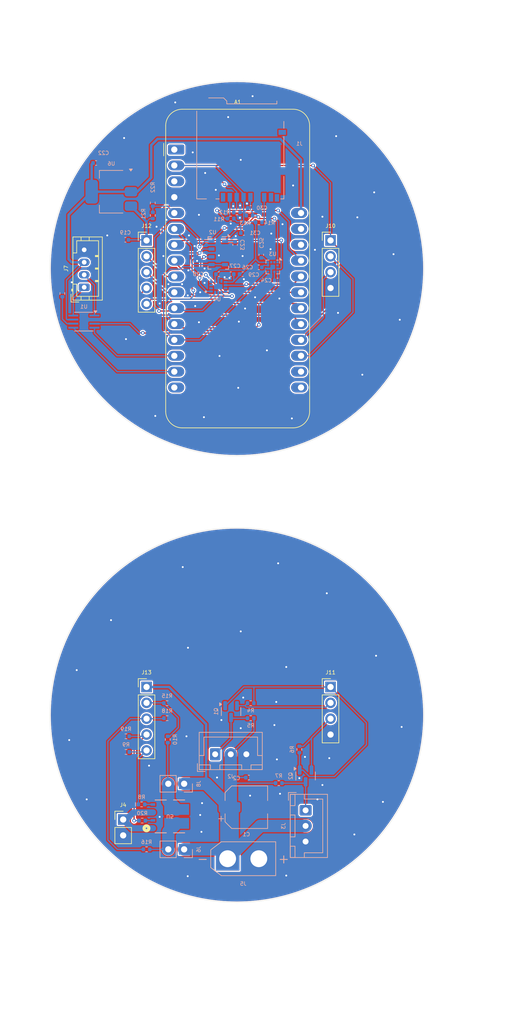
<source format=kicad_pcb>
(kicad_pcb (version 20240108) (generator "pcbnew") (generator_version "8.0")
  (layers (0 "F.Cu" signal) (31 "B.Cu" signal) (34 "B.Paste" user) (35 "F.Paste" user) (36 "B.SilkS" user "B.Silkscreen") (37 "F.SilkS" user "F.Silkscreen") (38 "B.Mask" user) (39 "F.Mask" user) (44 "Edge.Cuts" user))
  (net 0 "")
  (net 1 "/PYR1")
  (net 2 "/PYR2")
  (net 3 "GND")
  (net 4 "/SD_CS")
  (net 5 "/MISO")
  (net 6 "/IMU_CS")
  (net 7 "/UART0_RX")
  (net 8 "/VINSENSE")
  (net 9 "/UART0_TX")
  (net 10 "/IMU_INT2")
  (net 13 "/PYC1")
  (net 14 "/MOSI")
  (net 15 "/MAG_CS")
  (net 16 "/PYC2")
  (net 17 "+3V3")
  (net 19 "+5V")
  (net 21 "/SRV2")
  (net 23 "/ALT_CS")
  (net 24 "/IMU_INT1")
  (net 25 "/SRV1")
  (net 27 "/SCK")
  (net 29 "+6V{slash}+8V")
  (net 30 "Net-(U3-C1)")
  (net 35 "/SRV1O")
  (net 36 "/SRV2O")
  (net 37 "/PYO1")
  (net 38 "/TX0")
  (net 39 "/RX0")
  (net 40 "/PYO2")
  (net 41 "Net-(U5B-G)")
  (net 42 "/UART_EN")
  (net 43 "Net-(U5A-G)")
  (net 52 "/PYR1A")
  (net 53 "/PYR2A")
  (net 54 "/PYC1A")
  (net 55 "/PYC2A")
  (net 56 "/SRV2A")
  (net 57 "/SRV1A")
  (net 58 "VINA")
  (net 59 "+3V3B")
  (net 60 "Net-(J4-Pin_1)")
  (footprint "Connector_PinHeader_2.54mm:PinHeader_1x05_P2.54mm_Vertical" (layer "F.Cu") (at 114.5 125.5)
    (property "Reference" "J13")
    (property "Value" "Conn_01x05" (hide yes))
  )
  (footprint "Module:Adafruit_Feather" (layer "F.Cu") (at 118.9475 39.45)
    (property "Reference" "A1")
    (property "Value" "Adafruit_Feather_Generic")
  )
  (footprint "Connector_PinHeader_2.54mm:PinHeader_1x05_P2.54mm_Vertical" (layer "F.Cu") (at 114.5 54)
    (property "Reference" "J12")
    (property "Value" "Conn_01x05")
  )
  (footprint "Connector_JST:JST_PH_B4B-PH-K_1x04_P2.00mm_Vertical" (layer "F.Cu") (at 104.5 61.5 90)
    (property "Reference" "J7")
    (property "Value" "Conn_01x04" (hide yes))
  )
  (footprint "Connector_PinHeader_2.54mm:PinHeader_1x02_P2.54mm_Vertical" (layer "F.Cu") (at 110.75 146.725)
    (property "Reference" "J4")
    (property "Value" "Conn_01x02" (hide yes))
  )
  (footprint "Connector_PinHeader_2.54mm:PinHeader_1x04_P2.54mm_Vertical" (layer "F.Cu") (at 144 125.5)
    (property "Reference" "J11")
    (property "Value" "Conn_01x04" (hide yes))
  )
  (footprint "Connector_PinHeader_2.54mm:PinHeader_1x04_P2.54mm_Vertical" (layer "F.Cu") (at 144 54)
    (property "Reference" "J10")
    (property "Value" "Conn_01x04" (hide yes))
  )
  (footprint "Capacitor_SMD:C_0402_1005Metric" (layer "B.Cu") (at 130.9 140)
    (property "Reference" "C2")
    (property "Value" "10uF" (hide yes))
  )
  (footprint "Capacitor_SMD:C_0402_1005Metric" (layer "B.Cu") (at 128.7 54.7 -90)
    (property "Reference" "C23")
    (property "Value" "100nF" (hide yes))
  )
  (footprint "Resistor_SMD:R_0402_1005Metric" (layer "B.Cu") (at 128.99 49.5)
    (property "Reference" "R12")
    (property "Value" "47k" (hide yes))
  )
  (footprint "Package_TO_SOT_SMD:SOT-223-3_TabPin2" (layer "B.Cu") (at 108.85 46.2 180)
    (property "Reference" "U6")
    (property "Value" "AMS1117-5.0" (hide yes))
  )
  (footprint "Capacitor_SMD:C_0402_1005Metric" (layer "B.Cu") (at 131.2 48.8)
    (property "Reference" "C30")
    (property "Value" "100nF" (hide yes))
  )
  (footprint "Resistor_SMD:R_0402_1005Metric" (layer "B.Cu") (at 113.8 146.9 180)
    (property "Reference" "R20")
    (property "Value" "1k" (hide yes))
  )
  (footprint "Connector_PinHeader_2.54mm:PinHeader_1x02_P2.54mm_Vertical" (layer "B.Cu") (at 120.525 141 90)
    (property "Reference" "J8")
    (property "Value" "Conn_01x02" (hide yes))
  )
  (footprint "Capacitor_SMD:C_0402_1005Metric" (layer "B.Cu") (at 106.4 41.6)
    (property "Reference" "C22")
    (property "Value" "22uF" (hide yes))
  )
  (footprint "Package_SO:SSOP-8_2.95x2.8mm_P0.65mm" (layer "B.Cu") (at 104.45 67 180)
    (property "Reference" "U1")
    (property "Value" "TXS0102DCT" (hide yes))
  )
  (footprint "Resistor_SMD:R_0402_1005Metric" (layer "B.Cu") (at 114.5 151.5 180)
    (property "Reference" "R16")
    (property "Value" "180k" (hide yes))
  )
  (footprint "Resistor_SMD:R_0402_1005Metric" (layer "B.Cu") (at 115.5 50 90)
    (property "Reference" "R21")
    (property "Value" "180k" (hide yes))
  )
  (footprint "Capacitor_SMD:C_0402_1005Metric" (layer "B.Cu") (at 132.9 56.3 90)
    (property "Reference" "C25")
    (property "Value" "100nF" (hide yes))
  )
  (footprint "Resistor_SMD:R_0402_1005Metric" (layer "B.Cu") (at 131.2 130.5)
    (property "Reference" "R5")
    (property "Value" "10k" (hide yes))
  )
  (footprint "Connector_JST:JST_XH_B3B-XH-A_1x03_P2.50mm_Vertical" (layer "B.Cu") (at 140 145.25 -90)
    (property "Reference" "J3")
    (property "Value" "Conn_01x03" (hide yes))
  )
  (footprint "Resistor_SMD:R_0402_1005Metric" (layer "B.Cu") (at 115.5 48 -90)
    (property "Reference" "R22")
    (property "Value" "56k" (hide yes))
  )
  (footprint "Package_TO_SOT_SMD:SOT-23" (layer "B.Cu") (at 140 139.75 -90)
    (property "Reference" "Q2")
    (property "Value" "BSS138" (hide yes))
  )
  (footprint "Resistor_SMD:R_0402_1005Metric" (layer "B.Cu") (at 117.79 128.1 180)
    (property "Reference" "R15")
    (property "Value" "56k" (hide yes))
  )
  (footprint "Package_LGA:LGA-8_3x5mm_P1.25mm" (layer "B.Cu") (at 126 56 180)
    (property "Reference" "U2")
    (property "Value" "MS5611-01BA" (hide yes))
  )
  (footprint "Connector_AMASS:AMASS_XT30U-M_1x02_P5.0mm_Vertical" (layer "B.Cu") (at 127.5 153)
    (property "Reference" "J5")
    (property "Value" "Conn_01x02" (hide yes))
  )
  (footprint "Resistor_SMD:R_0402_1005Metric" (layer "B.Cu") (at 139 135.5 -90)
    (property "Reference" "R6")
    (property "Value" "10k" (hide yes))
  )
  (footprint "Resistor_SMD:R_0402_1005Metric" (layer "B.Cu") (at 113.7 144.3 180)
    (property "Reference" "R8")
    (property "Value" "1k" (hide yes))
  )
  (footprint "Capacitor_SMD:C_0402_1005Metric" (layer "B.Cu") (at 129.9 59.4)
    (property "Reference" "C29")
    (property "Value" "2.2uF" (hide yes))
  )
  (footprint "Capacitor_SMD:CP_Elec_6.3x7.7" (layer "B.Cu") (at 130.5 144.75)
    (property "Reference" "C1")
    (property "Value" "100uF" (hide yes))
  )
  (footprint "Connector_JST:JST_XH_B3B-XH-A_1x03_P2.50mm_Vertical" (layer "B.Cu") (at 125.5 136.275)
    (property "Reference" "J2")
    (property "Value" "Conn_01x03" (hide yes))
  )
  (footprint "Resistor_SMD:R_0402_1005Metric" (layer "B.Cu") (at 117.9 133.91 90)
    (property "Reference" "R10")
    (property "Value" "180k" (hide yes))
  )
  (footprint "Capacitor_SMD:C_0402_1005Metric" (layer "B.Cu") (at 128 59.4 180)
    (property "Reference" "C27")
    (property "Value" "10nF" (hide yes))
  )
  (footprint "Capacitor_SMD:C_0402_1005Metric" (layer "B.Cu") (at 130.1 52.8)
    (property "Reference" "C31")
    (property "Value" "10uF" (hide yes))
  )
  (footprint "Resistor_SMD:R_0402_1005Metric" (layer "B.Cu") (at 135.7 140.9 180)
    (property "Reference" "R7")
    (property "Value" "10k" (hide yes))
  )
  (footprint "Resistor_SMD:R_0402_1005Metric" (layer "B.Cu") (at 131 50 180)
    (property "Reference" "R13")
    (property "Value" "47k" (hide yes))
  )
  (footprint "Connector_Card:microSD_HC_Hirose_DM3BT-DSF-PEJS" (layer "B.Cu") (at 129.53 39.465)
    (property "Reference" "J1")
    (property "Value" "Micro_SD_Card_Det2")
  )
  (footprint "Package_TO_SOT_SMD:SOT-23" (layer "B.Cu") (at 128.05 129.4375 -90)
    (property "Reference" "Q1")
    (property "Value" "BSS138" (hide yes))
  )
  (footprint "Resistor_SMD:R_0402_1005Metric" (layer "B.Cu") (at 111.21 135.9 180)
    (property "Reference" "R9")
    (property "Value" "3.3k" (hide yes))
  )
  (footprint "Package_LGA:LGA-12_2x2mm_P0.5mm" (layer "B.Cu") (at 134.7375 58.25 180)
    (property "Reference" "U3")
    (property "Value" "LIS2MDL" (hide yes))
  )
  (footprint "Resistor_SMD:R_0402_1005Metric" (layer "B.Cu") (at 117.8 130.5 180)
    (property "Reference" "R18")
    (property "Value" "56k" (hide yes))
  )
  (footprint "Resistor_SMD:R_0402_1005Metric" (layer "B.Cu") (at 111.2 133.4 180)
    (property "Reference" "R19")
    (property "Value" "3.3k" (hide yes))
  )
  (footprint "Resistor_SMD:R_0402_1005Metric" (layer "B.Cu") (at 132.5 51.1 180)
    (property "Reference" "R14")
    (property "Value" "47k" (hide yes))
  )
  (footprint "Resistor_SMD:R_0402_1005Metric" (layer "B.Cu") (at 131.2 128.1)
    (property "Reference" "R4")
    (property "Value" "10k" (hide yes))
  )
  (footprint "Capacitor_SMD:C_0402_1005Metric" (layer "B.Cu") (at 126.1 59.4)
    (property "Reference" "C28")
    (property "Value" "100nF" (hide yes))
  )
  (footprint "Capacitor_SMD:C_0402_1005Metric" (layer "B.Cu") (at 132.5 58.3 180)
    (property "Reference" "C26")
    (property "Value" "100nF" (hide yes))
  )
  (footprint "Capacitor_SMD:C_0402_1005Metric" (layer "B.Cu") (at 111.1 53.9 180)
    (property "Reference" "C19")
    (property "Value" "10uF" (hide yes))
  )
  (footprint "Resistor_SMD:R_0402_1005Metric" (layer "B.Cu") (at 127.99 50.5)
    (property "Reference" "R11")
    (property "Value" "47k" (hide yes))
  )
  (footprint "Resistor_SMD:R_0402_1005Metric" (layer "B.Cu") (at 101 62.5 -90)
    (property "Reference" "R17" (hide yes))
    (property "Value" "10k" (hide yes))
  )
  (footprint "Connector_PinHeader_2.54mm:PinHeader_1x02_P2.54mm_Vertical" (layer "B.Cu") (at 120.525 151.5 90)
    (property "Reference" "J6")
    (property "Value" "Conn_01x02" (hide yes))
  )
  (footprint "FCU2025Lib:PQFN50P300X250X97-14N" (layer "B.Cu") (at 126 61.415)
    (property "Reference" "U4")
    (property "Value" "ICM-42688-P" (hide yes))
  )
  (footprint "FCU2025Lib:SQJ500AEP-T1_GE3_VIS" (layer "B.Cu") (at 118.245046 146.2253)
    (property "Reference" "U5")
    (property "Value" "~")
  )
  (footprint "Capacitor_SMD:C_0402_1005Metric" (layer "B.Cu") (at 135.5 60.4)
    (property "Reference" "C24")
    (property "Value" "220nF" (hide yes))
  )
  (gr_circle (center 129 130) (end 159 130) (stroke (width 0.05)) (fill none) (layer "Edge.Cuts"))
  (gr_circle (center 129 58.5) (end 159 58.5) (stroke (width 0.05)) (fill none) (layer "Edge.Cuts"))
  (segment (start 112.5 135.12) (end 114.5 133.12) (width 0.2) (layer "F.Cu") (net 1))
  (segment (start 112.5 146.9) (end 112.5 135.12) (width 0.2) (layer "F.Cu") (net 1))
  (via (at 112.5 146.9) (size 0.6) (drill 0.3) (layers "F.Cu" "B.Cu") (net 1))
  (segment (start 114.22 133.4) (end 114.5 133.12) (width 0.2) (layer "B.Cu") (net 1))
  (segment (start 111.71 133.4) (end 114.22 133.4) (width 0.2) (layer "B.Cu") (net 1))
  (segment (start 113.29 146.9) (end 112.5 146.9) (width 0.2) (layer "B.Cu") (net 1))
  (segment (start 111.72 135.9) (end 114.26 135.9) (width 0.2) (layer "B.Cu") (net 2))
  (segment (start 113.19 136.97) (end 114.5 135.66) (width 0.2) (layer "B.Cu") (net 2))
  (segment (start 113.19 144.3) (end 113.19 136.97) (width 0.2) (layer "B.Cu") (net 2))
  (segment (start 114.26 135.9) (end 114.5 135.66) (width 0.2) (layer "B.Cu") (net 2))
  (via (at 149.1 75.5) (size 0.6) (drill 0.3) (layers "F.Cu" "B.Cu") (net 3))
  (via (at 129.6 41.1) (size 0.6) (drill 0.3) (layers "F.Cu" "B.Cu") (net 3))
  (via (at 155.4 131.9) (size 0.6) (drill 0.3) (layers "F.Cu" "B.Cu") (net 3))
  (via (at 127.01492 59.886983) (size 0.6) (drill 0.3) (layers "F.Cu" "B.Cu") (net 3))
  (via (at 133.8 71.6) (size 0.6) (drill 0.3) (layers "F.Cu" "B.Cu") (net 3))
  (via (at 102.1 134) (size 0.6) (drill 0.3) (layers "F.Cu" "B.Cu") (net 3))
  (via (at 108.2 53.2) (size 0.6) (drill 0.3) (layers "F.Cu" "B.Cu") (net 3))
  (via (at 148.3 50.3) (size 0.6) (drill 0.3) (layers "F.Cu" "B.Cu") (net 3))
  (via (at 111.2 69.8) (size 0.6) (drill 0.3) (layers "F.Cu" "B.Cu") (net 3))
  (via (at 129.2 77.6) (size 0.6) (drill 0.3) (layers "F.Cu" "B.Cu") (net 3))
  (via (at 129.5 48.4) (size 0.6) (drill 0.3) (layers "F.Cu" "B.Cu") (net 3))
  (via (at 123.1 146) (size 0.6) (drill 0.3) (layers "F.Cu" "B.Cu") (net 3))
  (via (at 136.3 51.4) (size 0.6) (drill 0.3) (layers "F.Cu" "B.Cu") (net 3))
  (via (at 128.4 48.5) (size 0.6) (drill 0.3) (layers "F.Cu" "B.Cu") (net 3))
  (via (at 120.3 106.3) (size 0.6) (drill 0.3) (layers "F.Cu" "B.Cu") (net 3))
  (via (at 104.9 143.5) (size 0.6) (drill 0.3) (layers "F.Cu" "B.Cu") (net 3))
  (via (at 135.4 137.1) (size 0.6) (drill 0.3) (layers "F.Cu" "B.Cu") (net 3))
  (via (at 143.4 110.5) (size 0.6) (drill 0.3) (layers "F.Cu" "B.Cu") (net 3))
  (via (at 126.2 72.5) (size 0.6) (drill 0.3) (layers "F.Cu" "B.Cu") (net 3))
  (via (at 129.6 116.6) (size 0.6) (drill 0.3) (layers "F.Cu" "B.Cu") (net 3))
  (via (at 116.6 64.1) (size 0.6) (drill 0.3) (layers "F.Cu" "B.Cu") (net 3))
  (via (at 141.5 55.5) (size 0.6) (drill 0.3) (layers "F.Cu" "B.Cu") (net 3))
  (via (at 122.2 54.9) (size 0.6) (drill 0.3) (layers "F.Cu" "B.Cu") (net 3))
  (via (at 135.8 63.3) (size 0.6) (drill 0.3) (layers "F.Cu" "B.Cu") (net 3))
  (via (at 122.3 64.5) (size 0.6) (drill 0.3) (layers "F.Cu" "B.Cu") (net 3))
  (via (at 122.6 57.275) (size 0.6) (drill 0.3) (layers "F.Cu" "B.Cu") (net 3))
  (via (at 114.9 138.1) (size 0.6) (drill 0.3) (layers "F.Cu" "B.Cu") (net 3))
  (via (at 126.1 56.4) (size 0.6) (drill 0.3) (layers "F.Cu" "B.Cu") (net 3))
  (via (at 123.8 58.5) (size 0.6) (drill 0.3) (layers "F.Cu" "B.Cu") (net 3))
  (via (at 154.1 56.2) (size 0.6) (drill 0.3) (layers "F.Cu" "B.Cu") (net 3))
  (via (at 125.6 45.9) (size 0.6) (drill 0.3) (layers "F.Cu" "B.Cu") (net 3))
  (via (at 137.8 82.5) (size 0.6) (drill 0.3) (layers "F.Cu" "B.Cu") (net 3))
  (via (at 135.3 127.9) (size 0.6) (drill 0.3) (layers "F.Cu" "B.Cu") (net 3))
  (via (at 122.9 49.9) (size 0.6) (drill 0.3) (layers "F.Cu" "B.Cu") (net 3))
  (via (at 102.5 60.7) (size 0.6) (drill 0.3) (layers "F.Cu" "B.Cu") (net 3))
  (via (at 110.9 37.6) (size 0.6) (drill 0.3) (layers "F.Cu" "B.Cu") (net 3))
  (via (at 125.8 140) (size 0.6) (drill 0.3) (layers "F.Cu" "B.Cu") (net 3))
  (via (at 120.2 61) (size 0.6) (drill 0.3) (layers "F.Cu" "B.Cu") (net 3))
  (via (at 123.9 43.2) (size 0.6) (drill 0.3) (layers "F.Cu" "B.Cu") (net 3))
  (via (at 151 46.3) (size 0.6) (drill 0.3) (layers "F.Cu" "B.Cu") (net 3))
  (via (at 144.9 37.3) (size 0.6) (drill 0.3) (layers "F.Cu" "B.Cu") (net 3))
  (via (at 119.1 31.9) (size 0.6) (drill 0.3) (layers "F.Cu" "B.Cu") (net 3))
  (via (at 139 140.1) (size 0.6) (drill 0.3) (layers "F.Cu" "B.Cu") (net 3))
  (via (at 123.4 144.1) (size 0.6) (drill 0.3) (layers "F.Cu" "B.Cu") (net 3))
  (via (at 128 51.3) (size 0.6) (drill 0.3) (layers "F.Cu" "B.Cu") (net 3))
  (via (at 123.1 62.3) (size 0.6) (drill 0.3) (layers "F.Cu" "B.Cu") (net 3))
  (via (at 129.455 50.371206) (size 0.6) (drill 0.3) (layers "F.Cu" "B.Cu") (net 3))
  (via (at 126.5 130.8) (size 0.6) (drill 0.3) (layers "F.Cu" "B.Cu") (net 3))
  (via (at 138 45.2) (size 0.6) (drill 0.3) (layers "F.Cu" "B.Cu") (net 3))
  (via (at 131.5 30.9) (size 0.6) (drill 0.3) (layers "F.Cu" "B.Cu") (net 3))
  (via (at 129.3 67) (size 0.6) (drill 0.3) (layers "F.Cu" "B.Cu") (net 3))
  (via (at 118 61) (size 0.6) (drill 0.3) (layers "F.Cu" "B.Cu") (net 3))
  (via (at 147.821441 149.118612) (size 0.6) (drill 0.3) (layers "F.Cu" "B.Cu") (net 3))
  (via (at 129.6 132.1) (size 0.6) (drill 0.3) (layers "F.Cu" "B.Cu") (net 3))
  (via (at 129.898029 56.499445) (size 0.6) (drill 0.3) (layers "F.Cu" "B.Cu") (net 3))
  (via (at 130 127.2) (size 0.6) (drill 0.3) (layers "F.Cu" "B.Cu") (net 3))
  (via (at 122.9 67.1) (size 0.6) (drill 0.3) (layers "F.Cu" "B.Cu") (net 3))
  (via (at 123.3 148.7) (size 0.6) (drill 0.3) (layers "F.Cu" "B.Cu") (net 3))
  (via (at 117.2 56.5) (size 0.6) (drill 0.3) (layers "F.Cu" "B.Cu") (net 3))
  (via (at 108.8 114.8) (size 0.6) (drill 0.3) (layers "F.Cu" "B.Cu") (net 3))
  (via (at 136.9 155.7) (size 0.6) (drill 0.3) (layers "F.Cu" "B.Cu") (net 3))
  (via (at 121.143987 119.22054) (size 0.6) (drill 0.3) (layers "F.Cu" "B.Cu") (net 3))
  (via (at 130.3 64.9) (size 0.6) (drill 0.3) (layers "F.Cu" "B.Cu") (net 3))
  (via (at 131.1 142.9) (size 0.6) (drill 0.3) (layers "F.Cu" "B.Cu") (net 3))
  (via (at 141.9 143.5) (size 0.6) (drill 0.3) (layers "F.Cu" "B.Cu") (net 3))
  (via (at 115.9 82.1) (size 0.6) (drill 0.3) (layers "F.Cu" "B.Cu") (net 3))
  (via (at 145.2 65.6) (size 0.6) (drill 0.3) (layers "F.Cu" "B.Cu") (net 3))
  (via (at 131.9 63.1) (size 0.6) (drill 0.3) (layers "F.Cu" "B.Cu") (net 3))
  (via (at 142.7 50.2) (size 0.6) (drill 0.3) (layers "F.Cu" "B.Cu") (net 3))
  (via (at 130.6 48.1) (size 0.6) (drill 0.3) (layers "F.Cu" "B.Cu") (net 3))
  (via (at 139.9 136.7) (size 0.6) (drill 0.3) (layers "F.Cu" "B.Cu") (net 3))
  (via (at 103.3 122.8) (size 0.6) (drill 0.3) (layers "F.Cu" "B.Cu") (net 3))
  (via (at 134.383038 55.402049) (size 0.6) (drill 0.3) (layers "F.Cu" "B.Cu") (net 3))
  (via (at 117.7 50.7) (size 0.6) (drill 0.3) (layers "F.Cu" "B.Cu") (net 3))
  (via (at 152.4 143.9) (size 0.6) (drill 0.3) (layers "F.Cu" "B.Cu") (net 3))
  (via (at 135.9 142.6) (size 0.6) (drill 0.3) (layers "F.Cu" "B.Cu") (net 3))
  (via (at 121.2 58.8) (size 0.6) (drill 0.3) (layers "F.Cu" "B.Cu") (net 3))
  (via (at 143.8 136.9) (size 0.6) (drill 0.3) (layers "F.Cu" "B.Cu") (net 3))
  (via (at 120.9 133.4) (size 0.6) (drill 0.3) (layers "F.Cu" "B.Cu") (net 3))
  (via (at 135 131.6) (size 0.6) (drill 0.3) (layers "F.Cu" "B.Cu") (net 3))
  (via (at 123.7 82.3) (size 0.6) (drill 0.3) (layers "F.Cu" "B.Cu") (net 3))
  (via (at 134.5 52.9) (size 0.6) (drill 0.3) (layers "F.Cu" "B.Cu") (net 3))
  (via (at 121.1 155.8) (size 0.6) (drill 0.3) (layers "F.Cu" "B.Cu") (net 3))
  (via (at 136.9 122.3) (size 0.6) (drill 0.3) (layers "F.Cu" "B.Cu") (net 3))
  (via (at 135.6 105.7) (size 0.6) (drill 0.3) (layers "F.Cu" "B.Cu") (net 3))
  (via (at 121.9 39.9) (size 0.6) (drill 0.3) (layers "F.Cu" "B.Cu") (net 3))
  (via (at 121.1 62.8) (size 0.6) (drill 0.3) (layers "F.Cu" "B.Cu") (net 3))
  (via (at 151.3 120.5) (size 0.6) (drill 0.3) (layers "F.Cu" "B.Cu") (net 3))
  (via (at 127.8 60) (size 0.6) (drill 0.3) (layers "F.Cu" "B.Cu") (net 3))
  (via (at 123.8 60.8) (size 0.6) (drill 0.3) (layers "F.Cu" "B.Cu") (net 3))
  (via (at 155.1 66.7) (size 0.6) (drill 0.3) (layers "F.Cu" "B.Cu") (net 3))
  (via (at 142.7 141.2) (size 0.6) (drill 0.3) (layers "F.Cu" "B.Cu") (net 3))
  (via (at 127.585224 34.249898) (size 0.6) (drill 0.3) (layers "F.Cu" "B.Cu") (net 3))
  (via (at 116.6 146.3) (size 0.6) (drill 0.3) (layers "F.Cu" "B.Cu") (net 3))
  (via (at 121.3 53.2) (size 0.6) (drill 0.3) (layers "F.Cu" "B.Cu") (net 3))
  (via (at 116.1 51.8) (size 0.6) (drill 0.3) (layers "F.Cu" "B.Cu") (net 3))
  (via (at 130.1 60.2) (size 0.6) (drill 0.3) (layers "F.Cu" "B.Cu") (net 3))
  (via (at 128.8 53.3) (size 0.6) (drill 0.3) (layers "F.Cu" "B.Cu") (net 3))
  (segment (start 133.2 152.3) (end 132.5 153) (width 0.2) (layer "B.Cu") (net 3))
  (segment (start 132.5 145.45) (end 133.2 144.75) (width 0.2) (layer "B.Cu") (net 3))
  (segment (start 135.6 49.2) (end 125.8 49.2) (width 0.2) (layer "F.Cu") (net 4))
  (via (at 135.6 49.2) (size 0.6) (drill 0.3) (layers "F.Cu" "B.Cu") (net 4))
  (via (at 125.8 49.2) (size 0.6) (drill 0.3) (layers "F.Cu" "B.Cu") (net 4))
  (segment (start 139.2675 57.23) (end 137.3675 55.33) (width 0.2) (layer "B.Cu") (net 4))
  (segment (start 127.1 50.5) (end 127.48 50.5) (width 0.2) (layer "B.Cu") (net 4))
  (segment (start 137.3675 50.9675) (end 135.6 49.2) (width 0.2) (layer "B.Cu") (net 4))
  (segment (start 137.3675 55.33) (end 137.3675 50.9675) (width 0.2) (layer "B.Cu") (net 4))
  (segment (start 127.855 50.125) (end 127.48 50.5) (width 0.2) (layer "B.Cu") (net 4))
  (segment (start 125.8 49.2) (end 127.1 50.5) (width 0.2) (layer "B.Cu") (net 4))
  (segment (start 127.855 47.09) (end 127.855 50.125) (width 0.2) (layer "B.Cu") (net 4))
  (segment (start 123.2 57.125) (end 123.2 59.8) (width 0.2) (layer "F.Cu") (net 5))
  (segment (start 123.7 56.625) (end 123.2 57.125) (width 0.2) (layer "F.Cu") (net 5))
  (segment (start 123.2 59.8) (end 123 60) (width 0.2) (layer "F.Cu") (net 5))
  (via (at 123.7 56.625) (size 0.6) (drill 0.3) (layers "F.Cu" "B.Cu") (net 5))
  (via (at 123 60) (size 0.6) (drill 0.3) (layers "F.Cu" "B.Cu") (net 5))
  (segment (start 123.7 56.625) (end 124.925 56.625) (width 0.2) (layer "B.Cu") (net 5))
  (segment (start 123 60) (end 123 61) (width 0.2) (layer "B.Cu") (net 5))
  (segment (start 123 61) (end 123.21 61.21) (width 0.2) (layer "B.Cu") (net 5))
  (segment (start 123.1 61.1) (end 123.21 61.21) (width 0.2) (layer "B.Cu") (net 5))
  (segment (start 133.355 47.09) (end 133.355 50.655) (width 0.2) (layer "B.Cu") (net 5))
  (segment (start 120.333135 58.2) (end 119.933135 58.6) (width 0.2) (layer "B.Cu") (net 5))
  (segment (start 123 59.751471) (end 121.448529 58.2) (width 0.2) (layer "B.Cu") (net 5))
  (segment (start 123.21 61.21) (end 124.165 62.165) (width 0.2) (layer "B.Cu") (net 5))
  (segment (start 118.361865 58.6) (end 117.2475 59.714365) (width 0.2) (layer "B.Cu") (net 5))
  (segment (start 123 60) (end 123 59.751471) (width 0.2) (layer "B.Cu") (net 5))
  (segment (start 119.933135 58.6) (end 118.361865 58.6) (width 0.2) (layer "B.Cu") (net 5))
  (segment (start 124.165 62.165) (end 124.835 62.165) (width 0.2) (layer "B.Cu") (net 5))
  (segment (start 123.045 69.93) (end 118.9475 69.93) (width 0.2) (layer "B.Cu") (net 5))
  (segment (start 121.448529 58.2) (end 120.333135 58.2) (width 0.2) (layer "B.Cu") (net 5))
  (segment (start 117.2475 59.714365) (end 117.2475 68.23) (width 0.2) (layer "B.Cu") (net 5))
  (segment (start 133.975 59) (end 123.045 69.93) (width 0.2) (layer "B.Cu") (net 5))
  (segment (start 133.355 50.655) (end 133.01 51) (width 0.2) (layer "B.Cu") (net 5))
  (segment (start 117.2475 68.23) (end 118.9475 69.93) (width 0.2) (layer "B.Cu") (net 5))
  (segment (start 121 59.466865) (end 118.9475 57.414365) (width 0.2) (layer "F.Cu") (net 6))
  (segment (start 122.058529 62.91) (end 121 61.851471) (width 0.2) (layer "F.Cu") (net 6))
  (segment (start 118.9475 57.414365) (end 118.9475 57.23) (width 0.2) (layer "F.Cu") (net 6))
  (segment (start 121 61.851471) (end 121 59.466865) (width 0.2) (layer "F.Cu") (net 6))
  (segment (start 128.2 62.91) (end 122.058529 62.91) (width 0.2) (layer "F.Cu") (net 6))
  (via (at 128.2 62.91) (size 0.6) (drill 0.3) (layers "F.Cu" "B.Cu") (net 6))
  (segment (start 128.2 62.91) (end 127.064568 62.91) (width 0.2) (layer "B.Cu") (net 6))
  (segment (start 127.064568 62.91) (end 126.5 62.345432) (width 0.2) (layer "B.Cu") (net 6))
  (segment (start 126.5 62.345432) (end 126.5 62.33) (width 0.2) (layer "B.Cu") (net 6))
  (segment (start 106.15 68.85) (end 106.15 67.975) (width 0.2) (layer "B.Cu") (net 7))
  (segment (start 109.77 72.47) (end 106.15 68.85) (width 0.2) (layer "B.Cu") (net 7))
  (segment (start 118.9475 72.47) (end 109.77 72.47) (width 0.2) (layer "B.Cu") (net 7))
  (segment (start 117.8475 48.51) (end 115.5 48.51) (width 0.2) (layer "B.Cu") (net 8))
  (segment (start 118.9475 49.61) (end 117.8475 48.51) (width 0.2) (layer "B.Cu") (net 8))
  (segment (start 115.5 49.49) (end 115.5 48.51) (width 0.2) (layer "B.Cu") (net 8))
  (segment (start 109.785 75.01) (end 102.75 67.975) (width 0.2) (layer "B.Cu") (net 9))
  (segment (start 118.9475 75.01) (end 109.785 75.01) (width 0.2) (layer "B.Cu") (net 9))
  (segment (start 138.0375 61) (end 139.2675 59.77) (width 0.2) (layer "F.Cu") (net 10))
  (segment (start 130.5 61) (end 138.0375 61) (width 0.2) (layer "F.Cu") (net 10))
  (via (at 130.5 61) (size 0.6) (drill 0.3) (layers "F.Cu" "B.Cu") (net 10))
  (segment (start 127.165 61.165) (end 130.335 61.165) (width 0.2) (layer "B.Cu") (net 10))
  (segment (start 130.335 61.165) (end 130.5 61) (width 0.2) (layer "B.Cu") (net 10))
  (segment (start 117.21 130.58) (end 117.29 130.5) (width 0.2) (layer "B.Cu") (net 13))
  (segment (start 113.99 151.5) (end 109.8 151.5) (width 0.2) (layer "B.Cu") (net 13))
  (segment (start 108.3 150) (end 108.3 134.2) (width 0.2) (layer "B.Cu") (net 13))
  (segment (start 114.5 130.58) (end 117.21 130.58) (width 0.2) (layer "B.Cu") (net 13))
  (segment (start 111.92 130.58) (end 114.5 130.58) (width 0.2) (layer "B.Cu") (net 13))
  (segment (start 109.8 151.5) (end 108.3 150) (width 0.2) (layer "B.Cu") (net 13))
  (segment (start 108.3 134.2) (end 111.92 130.58) (width 0.2) (layer "B.Cu") (net 13))
  (segment (start 117 54.498135) (end 117 49) (width 0.2) (layer "F.Cu") (net 14))
  (segment (start 132 68) (end 119.5575 68) (width 0.2) (layer "F.Cu") (net 14))
  (segment (start 123 56) (end 118.501865 56) (width 0.2) (layer "F.Cu") (net 14))
  (segment (start 121.8 57.2) (end 121.8 61.8) (width 0.2) (layer "F.Cu") (net 14))
  (segment (start 123 56) (end 121.8 57.2) (width 0.2) (layer "F.Cu") (net 14))
  (segment (start 119.5575 68) (end 118.9475 67.39) (width 0.2) (layer "F.Cu") (net 14))
  (segment (start 119.99 48.51) (end 124.5 44) (width 0.2) (layer "F.Cu") (net 14))
  (segment (start 117.49 48.51) (end 119.99 48.51) (width 0.2) (layer "F.Cu") (net 14))
  (segment (start 126 44) (end 127 45) (width 0.2) (layer "F.Cu") (net 14))
  (segment (start 117 49) (end 117.49 48.51) (width 0.2) (layer "F.Cu") (net 14))
  (segment (start 118.501865 56) (end 117 54.498135) (width 0.2) (layer "F.Cu") (net 14))
  (segment (start 121.8 61.8) (end 122 62) (width 0.2) (layer "F.Cu") (net 14))
  (segment (start 124.5 44) (end 126 44) (width 0.2) (layer "F.Cu") (net 14))
  (segment (start 132.5 67.5) (end 132 68) (width 0.2) (layer "F.Cu") (net 14))
  (via (at 122 62) (size 0.6) (drill 0.3) (layers "F.Cu" "B.Cu") (net 14))
  (via (at 123 56) (size 0.6) (drill 0.3) (layers "F.Cu" "B.Cu") (net 14))
  (via (at 127 45) (size 0.6) (drill 0.3) (layers "F.Cu" "B.Cu") (net 14))
  (via (at 132.5 67.5) (size 0.6) (drill 0.3) (layers "F.Cu" "B.Cu") (net 14))
  (segment (start 118.59 63.41) (end 121.5 63.41) (width 0.2) (layer "B.Cu") (net 14))
  (segment (start 123.625 55.375) (end 123 56) (width 0.2) (layer "B.Cu") (net 14))
  (segment (start 117.6475 66.09) (end 117.6475 64.3525) (width 0.2) (layer "B.Cu") (net 14))
  (segment (start 127.5 45.5) (end 128.265 45.5) (width 0.2) (layer "B.Cu") (net 14))
  (segment (start 117.6475 64.3525) (end 118.59 63.41) (width 0.2) (layer "B.Cu") (net 14))
  (segment (start 121.5 63.41) (end 124.59 63.41) (width 0.2) (layer "B.Cu") (net 14))
  (segment (start 135.5 61.2) (end 135.5 59) (width 0.2) (layer "B.Cu") (net 14))
  (segment (start 122 62.91) (end 121.5 63.41) (width 0.2) (layer "B.Cu") (net 14))
  (segment (start 127 45) (end 127.5 45.5) (width 0.2) (layer "B.Cu") (net 14))
  (segment (start 125.5 62.5) (end 125.5 62.33) (width 0.2) (layer "B.Cu") (net 14))
  (segment (start 128.955 49.025) (end 128.48 49.5) (width 0.2) (layer "B.Cu") (net 14))
  (segment (start 132.5 64.2) (end 135.5 61.2) (width 0.2) (layer "B.Cu") (net 14))
  (segment (start 128.265 45.5) (end 128.955 46.19) (width 0.2) (layer "B.Cu") (net 14))
  (segment (start 124.925 55.375) (end 123.625 55.375) (width 0.2) (layer "B.Cu") (net 14))
  (segment (start 122 62) (end 122 62.91) (width 0.2) (layer "B.Cu") (net 14))
  (segment (start 128.955 46.19) (end 128.955 47.09) (width 0.2) (layer "B.Cu") (net 14))
  (segment (start 132.5 67.5) (end 132.5 64.2) (width 0.2) (layer "B.Cu") (net 14))
  (segment (start 128.955 47.09) (end 128.955 49.025) (width 0.2) (layer "B.Cu") (net 14))
  (segment (start 124.59 63.41) (end 125.5 62.5) (width 0.2) (layer "B.Cu") (net 14))
  (segment (start 118.9475 67.39) (end 117.6475 66.09) (width 0.2) (layer "B.Cu") (net 14))
  (segment (start 136.1 54) (end 119.6375 54) (width 0.2) (layer "F.Cu") (net 15))
  (segment (start 119.6375 54) (end 118.9475 54.69) (width 0.2) (layer "F.Cu") (net 15))
  (via (at 136.1 54) (size 0.6) (drill 0.3) (layers "F.Cu" "B.Cu") (net 15))
  (segment (start 135.9625 58.5) (end 136.1 58.3625) (width 0.2) (layer "B.Cu") (net 15))
  (segment (start 135.5 58.5) (end 135.9625 58.5) (width 0.2) (layer "B.Cu") (net 15))
  (segment (start 136.1 58.3625) (end 136.1 54) (width 0.2) (layer "B.Cu") (net 15))
  (segment (start 114.5 128.04) (end 117.22 128.04) (width 0.2) (layer "B.Cu") (net 16))
  (segment (start 118.2 133.4) (end 117.9 133.4) (width 0.2) (layer "B.Cu") (net 16))
  (segment (start 119.6 130.42) (end 119.6 132) (width 0.2) (layer "B.Cu") (net 16))
  (segment (start 119.6 132) (end 118.2 133.4) (width 0.2) (layer "B.Cu") (net 16))
  (segment (start 117.22 128.04) (end 117.28 128.1) (width 0.2) (layer "B.Cu") (net 16))
  (segment (start 117.28 128.1) (end 119.6 130.42) (width 0.2) (layer "B.Cu") (net 16))
  (segment (start 113.93 68.83) (end 139.583135 68.83) (width 0.2) (layer "F.Cu") (net 17))
  (segment (start 113.9 68.8) (end 113.93 68.83) (width 0.2) (layer "F.Cu") (net 17))
  (segment (start 145.2 55.2) (end 144 54) (width 0.2) (layer "F.Cu") (net 17))
  (segment (start 145.2 63.213135) (end 145.2 55.2) (width 0.2) (layer "F.Cu") (net 17))
  (segment (start 118.9575 42) (end 118.9475 41.99) (width 0.2) (layer "F.Cu") (net 17))
  (segment (start 141.2 42) (end 118.9575 42) (width 0.2) (layer "F.Cu") (net 17))
  (segment (start 139.583135 68.83) (end 145.2 63.213135) (width 0.2) (layer "F.Cu") (net 17))
  (via (at 141.2 42) (size 0.6) (drill 0.3) (layers "F.Cu" "B.Cu") (net 17))
  (via (at 113.9 68.8) (size 0.6) (drill 0.3) (layers "F.Cu" "B.Cu") (net 17))
  (segment (start 128.48 60.5) (end 128.48 59.4) (width 0.2) (layer "B.Cu") (net 17))
  (segment (start 132.98 58.3) (end 133.28 58) (width 0.2) (layer "B.Cu") (net 17))
  (segment (start 130.055 46.54) (end 125.505 41.99) (width 0.2) (layer "B.Cu") (net 17))
  (segment (start 128.315 60.665) (end 128.48 60.5) (width 0.2) (layer "B.Cu") (net 17))
  (segment (start 130.49 49.87) (end 130.12 49.5) (width 0.2) (layer "B.Cu") (net 17))
  (segment (start 125.505 41.99) (end 118.9475 41.99) (width 0.2) (layer "B.Cu") (net 17))
  (segment (start 125.5 60.5) (end 125.5 59.52) (width 0.2) (layer "B.Cu") (net 17))
  (segment (start 129.62 52.7) (end 129.62 51.58) (width 0.2) (layer "B.Cu") (net 17))
  (segment (start 113.9 68.8) (end 113.3 68.8) (width 0.2) (layer "B.Cu") (net 17))
  (segment (start 129.5 49.5) (end 130.055 49.5) (width 0.2) (layer "B.Cu") (net 17))
  (segment (start 129.62 51.58) (end 130.055 51.145) (width 0.2) (layer "B.Cu") (net 17))
  (segment (start 127.165 60.665) (end 128.315 60.665) (width 0.2) (layer "B.Cu") (net 17))
  (segment (start 132.9 56.78) (end 133.255 56.78) (width 0.2) (layer "B.Cu") (net 17))
  (segment (start 131.99 51) (end 131.99 56.99) (width 0.2) (layer "B.Cu") (net 17))
  (segment (start 132.5 57.5) (end 133.975 57.5) (width 0.2) (layer "B.Cu") (net 17))
  (segment (start 130.055 51) (end 130.055 50.5) (width 0.2) (layer "B.Cu") (net 17))
  (segment (start 128.5 50.5) (end 129 51) (width 0.2) (layer "B.Cu") (net 17))
  (segment (start 128.315 60.665) (end 130.24 58.74) (width 0.2) (layer "B.Cu") (net 17))
  (segment (start 128.605 54.125) (end 128.7 54.22) (width 0.2) (layer "B.Cu") (net 17))
  (segment (start 133.255 56.78) (end 133.975 57.5) (width 0.2) (layer "B.Cu") (net 17))
  (segment (start 130.055 51.145) (end 130.055 51) (width 0.2) (layer "B.Cu") (net 17))
  (segment (start 131.99 56.99) (end 132.5 57.5) (width 0.2) (layer "B.Cu") (net 17))
  (segment (start 125.5 59.52) (end 125.62 59.4) (width 0.2) (layer "B.Cu") (net 17))
  (segment (start 130.12 49.5) (end 130.72 48.9) (width 0.2) (layer "B.Cu") (net 17))
  (segment (start 131.99 51) (end 130.2 51) (width 0.2) (layer "B.Cu") (net 17))
  (segment (start 130.24 58.74) (end 131.99 56.99) (width 0.2) (layer "B.Cu") (net 17))
  (segment (start 133.975 58) (end 133.975 57.5) (width 0.2) (layer "B.Cu") (net 17))
  (segment (start 127.075 54.125) (end 130.055 51.145) (width 0.2) (layer "B.Cu") (net 17))
  (segment (start 113.3 68.8) (end 111.825 67.325) (width 0.2) (layer "B.Cu") (net 17))
  (segment (start 130.49 50) (end 130.49 49.87) (width 0.2) (layer "B.Cu") (net 17))
  (segment (start 125.5 59.52) (end 126.28 58.74) (width 0.2) (layer "B.Cu") (net 17))
  (segment (start 129 51) (end 130.055 51) (width 0.2) (layer "B.Cu") (net 17))
  (segment (start 133.28 58) (end 133.975 58) (width 0.2) (layer "B.Cu") (net 17))
  (segment (start 130.2 51) (end 130.055 51.145) (width 0.2) (layer "B.Cu") (net 17))
  (segment (start 127.075 54.125) (end 128.605 54.125) (width 0.2) (layer "B.Cu") (net 17))
  (segment (start 130.055 47.09) (end 130.055 46.54) (width 0.2) (layer "B.Cu") (net 17))
  (segment (start 130.055 50.5) (end 130.055 49.5) (width 0.2) (layer "B.Cu") (net 17))
  (segment (start 130.055 49.5) (end 130.055 47.09) (width 0.2) (layer "B.Cu") (net 17))
  (segment (start 126.28 58.74) (end 130.24 58.74) (width 0.2) (layer "B.Cu") (net 17))
  (segment (start 144 54) (end 144 44.8) (width 0.2) (layer "B.Cu") (net 17))
  (segment (start 144 44.8) (end 141.2 42) (width 0.2) (layer "B.Cu") (net 17))
  (segment (start 130.055 49.5) (end 130.12 49.5) (width 0.2) (layer "B.Cu") (net 17))
  (segment (start 111.825 67.325) (end 106.15 67.325) (width 0.2) (layer "B.Cu") (net 17))
  (segment (start 102 49.9) (end 102 57) (width 0.4) (layer "B.Cu") (net 19))
  (segment (start 102.75 66.675) (end 101.75 66.675) (width 0.2) (layer "B.Cu") (net 19))
  (segment (start 112 46.2) (end 105.7 46.2) (width 0.4) (layer "B.Cu") (net 19))
  (segment (start 139.2675 41.061078) (end 139.2675 49.61) (width 0.4) (layer "B.Cu") (net 19))
  (segment (start 101.75 66.675) (end 101.65 66.575) (width 0.2) (layer "B.Cu") (net 19))
  (segment (start 105.7 46.2) (end 105.7 41.82) (width 0.4) (layer "B.Cu") (net 19))
  (segment (start 102 57) (end 102.5 57.5) (width 0.4) (layer "B.Cu") (net 19))
  (segment (start 112 46.2) (end 113 46.2) (width 0.2) (layer "B.Cu") (net 19))
  (segment (start 105.7 41.82) (end 105.92 41.6) (width 0.4) (layer "B.Cu") (net 19))
  (segment (start 115.25 38.75) (end 116.25 37.75) (width 0.4) (layer "B.Cu") (net 19))
  (segment (start 135.956422 37.75) (end 139.2675 41.061078) (width 0.4) (layer "B.Cu") (net 19))
  (segment (start 116.25 37.75) (end 135.956422 37.75) (width 0.4) (layer "B.Cu") (net 19))
  (segment (start 102.5 57.5) (end 104.5 57.5) (width 0.4) (layer "B.Cu") (net 19))
  (segment (start 101.65 60.35) (end 101.75 60.25) (width 0.2) (layer "B.Cu") (net 19))
  (segment (start 115.25 43.95) (end 115.25 38.75) (width 0.4) (layer "B.Cu") (net 19))
  (segment (start 113 46.2) (end 115.25 43.95) (width 0.4) (layer "B.Cu") (net 19))
  (segment (start 105.7 46.2) (end 102 49.9) (width 0.4) (layer "B.Cu") (net 19))
  (segment (start 101.65 66.575) (end 101.65 60.35) (width 0.2) (layer "B.Cu") (net 19))
  (segment (start 101.75 60.25) (end 104.5 57.5) (width 0.2) (layer "B.Cu") (net 19))
  (segment (start 140.95 133.7) (end 140.95 133.63) (width 0.2) (layer "B.Cu") (net 21))
  (segment (start 139.66 134.99) (end 140.95 133.7) (width 0.2) (layer "B.Cu") (net 21))
  (segment (start 139 134.99) (end 139.66 134.99) (width 0.2) (layer "B.Cu") (net 21))
  (segment (start 140.95 138.8125) (end 140.95 133.7) (width 0.2) (layer "B.Cu") (net 21))
  (segment (start 140.95 133.63) (end 144 130.58) (width 0.2) (layer "B.Cu") (net 21))
  (segment (start 124.925 57.875) (end 121.975 57.875) (width 0.2) (layer "B.Cu") (net 23))
  (segment (start 121.7 57.6) (end 121.7 54.9025) (width 0.2) (layer "B.Cu") (net 23))
  (segment (start 121.975 57.875) (end 121.7 57.6) (width 0.2) (layer "B.Cu") (net 23))
  (segment (start 127.075 57.875) (end 124.925 57.875) (width 0.2) (layer "B.Cu") (net 23))
  (segment (start 121.7 54.9025) (end 118.9475 52.15) (width 0.2) (layer "B.Cu") (net 23))
  (segment (start 124 59.5) (end 126.81 62.31) (width 0.2) (layer "F.Cu") (net 24))
  (segment (start 126.81 62.31) (end 139.2675 62.31) (width 0.2) (layer "F.Cu") (net 24))
  (via (at 124 59.5) (size 0.6) (drill 0.3) (layers "F.Cu" "B.Cu") (net 24))
  (segment (start 124.835 60.335) (end 124 59.5) (width 0.2) (layer "B.Cu") (net 24))
  (segment (start 124.835 60.665) (end 124.835 60.335) (width 0.2) (layer "B.Cu") (net 24))
  (segment (start 143.32 128.72) (end 144 128.04) (width 0.2) (layer "B.Cu") (net 25))
  (segment (start 130.29 128.5) (end 130.69 128.1) (width 0.2) (layer "B.Cu") (net 25))
  (segment (start 129 128.5) (end 130.29 128.5) (width 0.2) (layer "B.Cu") (net 25))
  (segment (start 130.51 128.72) (end 143.32 128.72) (width 0.2) (layer "B.Cu") (net 25))
  (segment (start 130.29 128.5) (end 130.51 128.72) (width 0.2) (layer "B.Cu") (net 25))
  (segment (start 132.673487 50.5) (end 135 50.5) (width 0.2) (layer "F.Cu") (net 27))
  (segment (start 116.5 65.3) (end 118.4975 65.3) (width 0.2) (layer "F.Cu") (net 27))
  (segment (start 131.744308 50.255692) (end 130 52) (width 0.2) (layer "F.Cu") (net 27))
  (segment (start 132.429179 50.255692) (end 131.744308 50.255692) (width 0.2) (layer "F.Cu") (net 27))
  (segment (start 118.4975 65.3) (end 118.9475 64.85) (width 0.2) (layer "F.Cu") (net 27))
  (segment (start 130 52) (end 127 52) (width 0.2) (layer "F.Cu") (net 27))
  (segment (start 132.429179 50.255692) (end 132.673487 50.5) (width 0.2) (layer "F.Cu") (net 27))
  (via (at 132.429179 50.255692) (size 0.6) (drill 0.3) (layers "F.Cu" "B.Cu") (net 27))
  (via (at 116.5 65.3) (size 0.6) (drill 0.3) (layers "F.Cu" "B.Cu") (net 27))
  (via (at 135 50.5) (size 0.6) (drill 0.3) (layers "F.Cu" "B.Cu") (net 27))
  (via (at 123 55) (size 0.6) (drill 0.3) (layers "F.Cu" "B.Cu") (net 27))
  (via (at 127 52) (size 0.6) (drill 0.3) (layers "F.Cu" "B.Cu") (net 27))
  (segment (start 124.925 54.075) (end 127 52) (width 0.2) (layer "B.Cu") (net 27))
  (segment (start 135.5 51) (end 135 50.5) (width 0.2) (layer "B.Cu") (net 27))
  (segment (start 118.9475 64.85) (end 119.2975 65.2) (width 0.2) (layer "B.Cu") (net 27))
  (segment (start 135.5 57.5) (end 135.5 51) (width 0.2) (layer "B.Cu") (net 27))
  (segment (start 123.875 54.125) (end 123 55) (width 0.2) (layer "B.Cu") (net 27))
  (segment (start 131.51 49.5) (end 131.155 49.145) (width 0.2) (layer "B.Cu") (net 27))
  (segment (start 124.925 54.125) (end 124.925 54.075) (width 0.2) (layer "B.Cu") (net 27))
  (segment (start 116.5 65.1) (end 115.8 64.4) (width 0.2) (layer "B.Cu") (net 27))
  (segment (start 120.203135 51.05) (end 123 53.846865) (width 0.2) (layer "B.Cu") (net 27))
  (segment (start 123.475432 65.2) (end 126 62.675432) (width 0.2) (layer "B.Cu") (net 27))
  (segment (start 131.51 49.9) (end 131.51 49.5) (width 0.2) (layer "B.Cu") (net 27))
  (segment (start 123 53.846865) (end 123 55) (width 0.2) (layer "B.Cu") (net 27))
  (segment (start 116.5 65.3) (end 116.5 65.1) (width 0.2) (layer "B.Cu") (net 27))
  (segment (start 118.291865 51.05) (end 120.203135 51.05) (width 0.2) (layer "B.Cu") (net 27))
  (segment (start 126 62.675432) (end 126 62.33) (width 0.2) (layer "B.Cu") (net 27))
  (segment (start 115.8 64.4) (end 115.8 53.541865) (width 0.2) (layer "B.Cu") (net 27))
  (segment (start 119.2975 65.2) (end 123.475432 65.2) (width 0.2) (layer "B.Cu") (net 27))
  (segment (start 124.925 54.125) (end 123.875 54.125) (width 0.2) (layer "B.Cu") (net 27))
  (segment (start 132.073487 49.9) (end 132.429179 50.255692) (width 0.2) (layer "B.Cu") (net 27))
  (segment (start 131.155 47.09) (end 131.155 49.145) (width 0.2) (layer "B.Cu") (net 27))
  (segment (start 131.51 49.9) (end 132.073487 49.9) (width 0.2) (layer "B.Cu") (net 27))
  (segment (start 115.8 53.541865) (end 118.291865 51.05) (width 0.2) (layer "B.Cu") (net 27))
  (segment (start 126 151.5) (end 127.5 153) (width 2) (layer "B.Cu") (net 29))
  (segment (start 124.05 131.45) (end 124.05 141) (width 0.4) (layer "B.Cu") (net 29))
  (segment (start 127.8 152.7) (end 132.75 147.75) (width 2) (layer "B.Cu") (net 29))
  (segment (start 131.71 132.565) (end 128 136.275) (width 0.2) (layer "B.Cu") (net 29))
  (segment (start 128.1 140.9) (end 128 141) (width 0.2) (layer "B.Cu") (net 29))
  (segment (start 130.42 140) (end 128.1 140) (width 0.2) (layer "B.Cu") (net 29))
  (segment (start 132.75 147.75) (end 140 147.75) (width 2) (layer "B.Cu") (net 29))
  (segment (start 120.525 151.5) (end 126 151.5) (width 2) (layer "B.Cu") (net 29))
  (segment (start 120.525 141) (end 124.05 141) (width 2) (layer "B.Cu") (net 29))
  (segment (start 128 141) (end 128 144.55) (width 2) (layer "B.Cu") (net 29))
  (segment (start 128 136.275) (end 128 140.1) (width 2) (layer "B.Cu") (net 29))
  (segment (start 128 140.1) (end 128 141) (width 2) (layer "B.Cu") (net 29))
  (segment (start 131.71 130.5) (end 131.71 132.565) (width 0.2) (layer "B.Cu") (net 29))
  (segment (start 128 144.55) (end 127.8 144.75) (width 2) (layer "B.Cu") (net 29))
  (segment (start 127.8 152.7) (end 127.5 153) (width 2) (layer "B.Cu") (net 29))
  (segment (start 128.1 140) (end 128 140.1) (width 0.2) (layer "B.Cu") (net 29))
  (segment (start 114.5 125.5) (end 118.1 125.5) (width 0.4) (layer "B.Cu") (net 29))
  (segment (start 135.19 140.9) (end 128.1 140.9) (width 0.2) (layer "B.Cu") (net 29))
  (segment (start 118.1 125.5) (end 124.05 131.45) (width 0.4) (layer "B.Cu") (net 29))
  (segment (start 124.05 141) (end 127.8 144.75) (width 2) (layer "B.Cu") (net 29))
  (segment (start 127.8 144.75) (end 127.8 152.7) (width 3) (layer "B.Cu") (net 29))
  (segment (start 134.9875 60.3675) (end 134.9875 59.0125) (width 0.2) (layer "B.Cu") (net 30))
  (segment (start 135.02 60.4) (end 134.9875 60.3675) (width 0.2) (layer "B.Cu") (net 30))
  (segment (start 130.69 130.5) (end 128.175 130.5) (width 0.2) (layer "B.Cu") (net 35))
  (segment (start 128.05 130.375) (end 128.05 133.725) (width 0.2) (layer "B.Cu") (net 35))
  (segment (start 128.175 130.5) (end 128.05 130.375) (width 0.2) (layer "B.Cu") (net 35))
  (segment (start 128.05 133.725) (end 125.5 136.275) (width 0.2) (layer "B.Cu") (net 35))
  (segment (start 139.7875 140.9) (end 140 140.6875) (width 0.2) (layer "B.Cu") (net 36))
  (segment (start 140 140.6875) (end 140 145.25) (width 0.2) (layer "B.Cu") (net 36))
  (segment (start 136.21 140.9) (end 139.7875 140.9) (width 0.2) (layer "B.Cu") (net 36))
  (segment (start 115.01 151.5) (end 117.985 151.5) (width 0.2) (layer "B.Cu") (net 37))
  (segment (start 117.985 148.680354) (end 117.985 151.5) (width 2) (layer "B.Cu") (net 37))
  (segment (start 119.325054 147.3403) (end 117.985 148.680354) (width 2) (layer "B.Cu") (net 37))
  (segment (start 102.75 63.25) (end 104.5 61.5) (width 0.2) (layer "B.Cu") (net 38))
  (segment (start 102.75 66.025) (end 102.75 63.25) (width 0.2) (layer "B.Cu") (net 38))
  (segment (start 106.15 66.025) (end 106.15 61.15) (width 0.2) (layer "B.Cu") (net 39))
  (segment (start 106.15 61.15) (end 104.5 59.5) (width 0.2) (layer "B.Cu") (net 39))
  (segment (start 117.9 134.42) (end 117.9 140.915) (width 0.2) (layer "B.Cu") (net 40))
  (segment (start 117.985 143.770186) (end 117.985 141) (width 2) (layer "B.Cu") (net 40))
  (segment (start 117.9 140.915) (end 117.985 141) (width 0.2) (layer "B.Cu") (net 40))
  (segment (start 119.325054 145.11024) (end 117.985 143.770186) (width 2) (layer "B.Cu") (net 40))
  (segment (start 115.509745 144.3) (end 115.530045 144.3203) (width 0.2) (layer "B.Cu") (net 41))
  (segment (start 114.21 144.3) (end 115.509745 144.3) (width 0.2) (layer "B.Cu") (net 41))
  (segment (start 101.75 67.325) (end 101 66.575) (width 0.2) (layer "B.Cu") (net 42))
  (segment (start 101 66.575) (end 101 63.01) (width 0.2) (layer "B.Cu") (net 42))
  (segment (start 102.75 67.325) (end 101.75 67.325) (width 0.2) (layer "B.Cu") (net 42))
  (segment (start 115.490345 146.9) (end 115.530045 146.8603) (width 0.2) (layer "B.Cu") (net 43))
  (segment (start 114.31 146.9) (end 115.490345 146.9) (width 0.2) (layer "B.Cu") (net 43))
  (segment (start 113.35 64.85) (end 113.35 62.77) (width 0.2) (layer "F.Cu") (net 52))
  (segment (start 139.2675 67.39) (end 137.8275 65.95) (width 0.2) (layer "F.Cu") (net 52))
  (segment (start 137.8275 65.95) (end 114.45 65.95) (width 0.2) (layer "F.Cu") (net 52))
  (segment (start 113.35 62.77) (end 114.5 61.62) (width 0.2) (layer "F.Cu") (net 52))
  (segment (start 114.45 65.95) (end 113.35 64.85) (width 0.2) (layer "F.Cu") (net 52))
  (segment (start 118.281865 63.4) (end 118.291865 63.41) (width 0.2) (layer "F.Cu") (net 53))
  (segment (start 120.213135 63.4) (end 127.841471 63.4) (width 0.2) (layer "F.Cu") (net 53))
  (segment (start 115.26 63.4) (end 118.281865 63.4) (width 0.2) (layer "F.Cu") (net 53))
  (segment (start 128.541471 64.1) (end 138.5175 64.1) (width 0.2) (layer "F.Cu") (net 53))
  (segment (start 127.841471 63.4) (end 128.541471 64.1) (width 0.2) (layer "F.Cu") (net 53))
  (segment (start 120.203135 63.41) (end 120.213135 63.4) (width 0.2) (layer "F.Cu") (net 53))
  (segment (start 138.5175 64.1) (end 139.2675 64.85) (width 0.2) (layer "F.Cu") (net 53))
  (segment (start 114.5 64.16) (end 115.26 63.4) (width 0.2) (layer "F.Cu") (net 53))
  (segment (start 118.291865 63.41) (end 120.203135 63.41) (width 0.2) (layer "F.Cu") (net 53))
  (segment (start 117.73 59.77) (end 114.5 56.54) (width 0.2) (layer "F.Cu") (net 54))
  (segment (start 118.9475 59.77) (end 117.73 59.77) (width 0.2) (layer "F.Cu") (net 54))
  (segment (start 118.9475 62.31) (end 117.73 62.31) (width 0.2) (layer "F.Cu") (net 55))
  (segment (start 117.73 62.31) (end 114.5 59.08) (width 0.2) (layer "F.Cu") (net 55))
  (segment (start 142.85 66.3475) (end 142.85 60.23) (width 0.2) (layer "B.Cu") (net 56))
  (segment (start 142.85 60.23) (end 144 59.08) (width 0.2) (layer "B.Cu") (net 56))
  (segment (start 139.2675 69.93) (end 142.85 66.3475) (width 0.2) (layer "B.Cu") (net 56))
  (segment (start 140.63 72.47) (end 147.6 65.5) (width 0.2) (layer "B.Cu") (net 57))
  (segment (start 147.6 65.5) (end 147.6 60.14) (width 0.2) (layer "B.Cu") (net 57))
  (segment (start 147.6 60.14) (end 144 56.54) (width 0.2) (layer "B.Cu") (net 57))
  (segment (start 139.2675 72.47) (end 140.63 72.47) (width 0.2) (layer "B.Cu") (net 57))
  (segment (start 114.5 51) (end 112 48.5) (width 0.4) (layer "B.Cu") (net 58))
  (segment (start 111.58 53.9) (end 114.4 53.9) (width 0.2) (layer "B.Cu") (net 58))
  (segment (start 114.4 53.9) (end 114.5 54) (width 0.2) (layer "B.Cu") (net 58))
  (segment (start 114.99 50.51) (end 114.5 51) (width 0.2) (layer "B.Cu") (net 58))
  (segment (start 115.5 50.51) (end 114.99 50.51) (width 0.2) (layer "B.Cu") (net 58))
  (segment (start 114.5 54) (end 114.5 51) (width 0.4) (layer "B.Cu") (net 58))
  (segment (start 131.71 125.51) (end 131.7 125.5) (width 0.2) (layer "B.Cu") (net 59))
  (segment (start 144.65 139.85) (end 140.6 139.85) (width 0.2) (layer "B.Cu") (net 59))
  (segment (start 144 125.5) (end 149.75 131.25) (width 0.2) (layer "B.Cu") (net 59))
  (segment (start 139 136.01) (end 139 138.7625) (width 0.2) (layer "B.Cu") (net 59))
  (segment (start 139.5625 138.8125) (end 139.05 138.8125) (width 0.2) (layer "B.Cu") (net 59))
  (segment (start 131.7 125.5) (end 140 125.5) (width 0.2) (layer "B.Cu") (net 59))
  (segment (start 139 138.7625) (end 139.05 138.8125) (width 0.2) (layer "B.Cu") (net 59))
  (segment (start 127.1 128.5) (end 130.1 125.5) (width 0.2) (layer "B.Cu") (net 59))
  (segment (start 140 125.5) (end 144 125.5) (width 0.2) (layer "B.Cu") (net 59))
  (segment (start 131.71 128.1) (end 131.71 125.51) (width 0.2) (layer "B.Cu") (net 59))
  (segment (start 149.75 134.75) (end 144.65 139.85) (width 0.2) (layer "B.Cu") (net 59))
  (segment (start 149.75 131.25) (end 149.75 134.75) (width 0.2) (layer "B.Cu") (net 59))
  (segment (start 130.1 125.5) (end 131.7 125.5) (width 0.2) (layer "B.Cu") (net 59))
  (segment (start 140.6 139.85) (end 139.5625 138.8125) (width 0.2) (layer "B.Cu") (net 59))
  (segment (start 115.530045 148.1303) (end 112.1553 148.1303) (width 1) (layer "B.Cu") (net 60))
  (segment (start 112.1553 148.1303) (end 110.75 146.725) (width 1) (layer "B.Cu") (net 60))
  (segment (start 110.75 146.725) (end 111.2306 146.725) (width 1) (layer "B.Cu") (net 60))
  (segment (start 115.530045 145.5903) (end 112.3653 145.5903) (width 1) (layer "B.Cu") (net 60))
  (segment (start 111.2306 146.725) (end 112.3653 145.5903) (width 1) (layer "B.Cu") (net 60))
  (zone (net 3) (net_name "GND") (layers "F&B.Cu") (connect_pads yes (clearance 0.16)) (min_thickness 0.16) (fill yes (thermal_gap 0.5) (thermal_bridge_width 0.5))
    (polygon (pts (xy 161.5 34.5) (xy 164 31.5) (xy 102.5 15.5) (xy 91 75.5) (xy 92.5 172.5) (xy 161 179.5) (xy 172 34.5) (xy 163 39.5)))
  )
)
</source>
